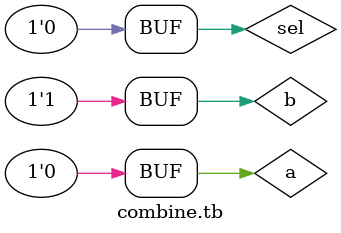
<source format=sv>
module combine.tb;

	logic		a;
	logic		b;
	logic		sel;
	logic		out;
	
	mux2to1 dut
	(
		.a (a),
		.b (b),
		.sel (sel),
		.out (out)
	);
	
	initial begin
		#10;
		a <= 1'b0;
		b <= 1'b1;
		sel <= 1'b0;
		#10;
	end

endmodule

</source>
